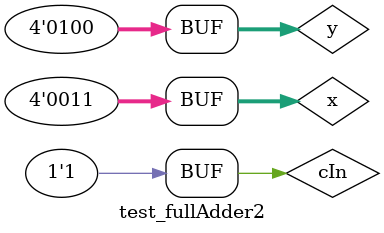
<source format=v>


  module halfAdder (output saida, output carryOut, input entrada1, input entrada2); 

		xor XOR1 (saida, entrada1, entrada2);
      and AND1 (carryOut, entrada1, entrada2);
       
	 endmodule // halfAdder 
	 
  module fullAdder (output saida, output carryOut, input entrada1, input entrada2, input carryIn); 

		wire [2:0]s; 

      halfAdder HA1 (s[0], s[1], entrada1, entrada2);
		halfAdder HA2 (saida, s[2], s[0], carryIn);
		
		or OR1 (carryOut, s[1], s[2]);	 
	     
	 endmodule // fullAdder 

  module fullAdder2 (output [3:0]saida, output carryOut, input [3:0]entrada1, input [3:0]entrada2, input carryIn); 

      wire [2:0]s;
		
		fullAdder FA1 (saida[0], s[0], entrada1[0], entrada2[0], carryIn);
		fullAdder FA2 (saida[1], s[1], entrada1[1], entrada2[1], s[0]);
		fullAdder FA3 (saida[2], s[2], entrada1[2], entrada2[2], s[1]);
		fullAdder FA4 (saida[3], carryOut, entrada1[3], entrada2[3], s[2]);

    endmodule // fullAdder2 

// ------------------------- 
// -- test full adder
// -------------------------
    
	  module test_fullAdder2; 

// ------------------------- definir dados 
    
	 reg  [3:0] x;
	 reg  [3:0] y;
	 reg  cIn;
	 wire [3:0] s;
	 wire cOut;

// ------------------------- instancia 
	 
     fullAdder2 modulo (s, cOut, x, y, cIn);
	  
// ------------------------- parte principal 

    initial begin 
    $display("Exemplo0021 - Michelle da Costa Silva - 427448"); 
    $display("Test ALU's full adder \n");
	 $display("x + y + carryIn = carryOut  saida \n");

     #1 x = 4'b0001; y = 4'b0010; cIn = 0;
	 $monitor("%4b + %4b + %b = %b %4b", x, y, cIn, cOut, s);
	  #1 x = 4'b0001; y = 4'b0010; cIn = 1;
		
	  #1 x = 4'b1010; y = 4'b1100; cIn = 0;
	  #1 x = 4'b1010; y = 4'b1100; cIn = 1;
		
     #1 x = 4'b1110; y = 4'b0110; cIn = 0;
	  #1 x = 4'b1110; y = 4'b0110; cIn = 1;
		 
     #1 x = 4'b0011; y = 4'b0100; cIn = 0;
	  #1 x = 4'b0011; y = 4'b0100; cIn = 1;
		
 
     end 
   endmodule // test_fullAdder2 
</source>
